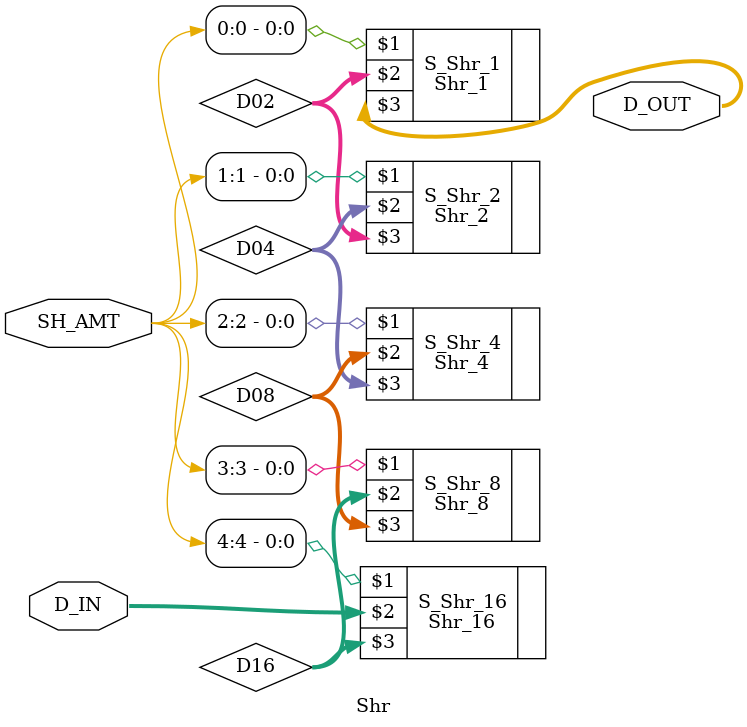
<source format=v>
`timescale 1 ns/1 ns

module Shr(SH_AMT, D_IN, D_OUT);

	input  [4:0] SH_AMT;
	input  [31:0] D_IN;
	output [31:0] D_OUT;
	wire   [31:0] D16;
	wire   [31:0] D08;
	wire   [31:0] D04;
	wire   [31:0] D02;
	
	Shr_16 S_Shr_16(SH_AMT[4], D_IN, D16);
	Shr_8 S_Shr_8(SH_AMT[3], D16, D08);
	Shr_4 S_Shr_4(SH_AMT[2], D08, D04);
	Shr_2 S_Shr_2(SH_AMT[1], D04, D02);
	Shr_1 S_Shr_1(SH_AMT[0], D02, D_OUT);

endmodule		
</source>
